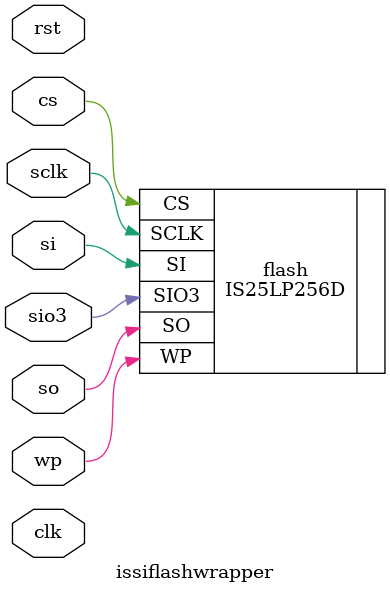
<source format=v>
module issiflashwrapper(sclk, cs, si, so, wp, sio3, clk, rst);

input sclk;
input cs;
inout si;
inout so;
inout wp;
inout sio3;
input clk;
input rst;




IS25LP256D flash(   .SCLK(sclk), 
					.CS(cs), 
		    		.SI(si), 
		    		.SO(so), 
		    		.WP(wp), 
		    		.SIO3(sio3) );


endmodule



</source>
